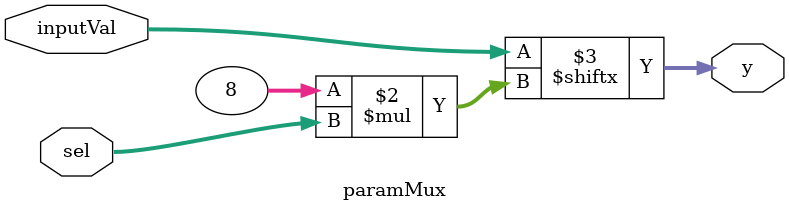
<source format=v>
`timescale 1ns / 1ps
module paramMux #(
	parameter muxType = 4,
	parameter selLines = 2,
	parameter size = 8)(
    input [selLines-1:0] sel,
    input [size*4-1:0] inputVal,
    output reg [size-1:0] y
    );

	always @(sel, inputVal) begin
		y = inputVal[(size*(sel+1))-1:(size*sel)];
	end
endmodule

</source>
